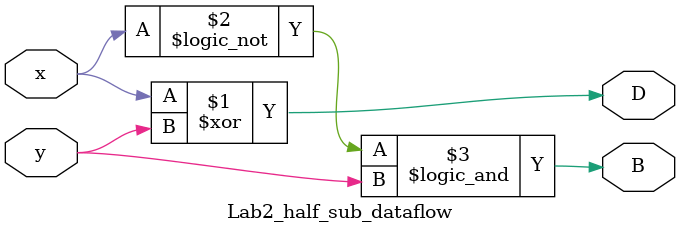
<source format=v>
module  Lab2_half_sub_dataflow(output D, B, input x, y);
	assign D=x^y;
	assign B=!x&&y;
endmodule

</source>
